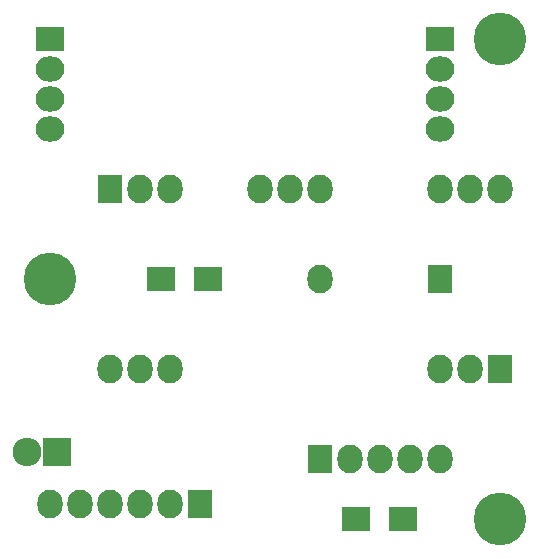
<source format=gts>
G04 #@! TF.FileFunction,Soldermask,Top*
%FSLAX46Y46*%
G04 Gerber Fmt 4.6, Leading zero omitted, Abs format (unit mm)*
G04 Created by KiCad (PCBNEW 4.0.1-stable) date 17/06/2016 16:01:18*
%MOMM*%
G01*
G04 APERTURE LIST*
%ADD10C,0.100000*%
%ADD11R,2.127200X2.432000*%
%ADD12O,2.127200X2.432000*%
%ADD13R,2.432000X2.127200*%
%ADD14O,2.432000X2.127200*%
%ADD15R,2.400000X2.100000*%
%ADD16C,4.464000*%
%ADD17R,2.432000X2.432000*%
%ADD18O,2.432000X2.432000*%
G04 APERTURE END LIST*
D10*
D11*
X43180000Y17145000D03*
D12*
X40640000Y17145000D03*
X38100000Y17145000D03*
X15240000Y17145000D03*
X12700000Y17145000D03*
X10160000Y17145000D03*
D11*
X38100000Y24765000D03*
D12*
X27940000Y24765000D03*
D11*
X10160000Y32385000D03*
D12*
X12700000Y32385000D03*
X15240000Y32385000D03*
X22860000Y32385000D03*
X25400000Y32385000D03*
X27940000Y32385000D03*
X38100000Y32385000D03*
X40640000Y32385000D03*
X43180000Y32385000D03*
D13*
X5080000Y45085000D03*
D14*
X5080000Y42545000D03*
X5080000Y40005000D03*
X5080000Y37465000D03*
D13*
X38100000Y45085000D03*
D14*
X38100000Y42545000D03*
X38100000Y40005000D03*
X38100000Y37465000D03*
D11*
X27940000Y9525000D03*
D12*
X30480000Y9525000D03*
X33020000Y9525000D03*
X35560000Y9525000D03*
X38100000Y9525000D03*
D15*
X14510000Y24765000D03*
X18510000Y24765000D03*
X31020000Y4445000D03*
X35020000Y4445000D03*
D16*
X43180000Y4445000D03*
X5080000Y24765000D03*
D11*
X17780000Y5715000D03*
D12*
X15240000Y5715000D03*
X12700000Y5715000D03*
X10160000Y5715000D03*
X7620000Y5715000D03*
X5080000Y5715000D03*
D16*
X43180000Y45085000D03*
D17*
X5715000Y10160000D03*
D18*
X3175000Y10160000D03*
M02*

</source>
